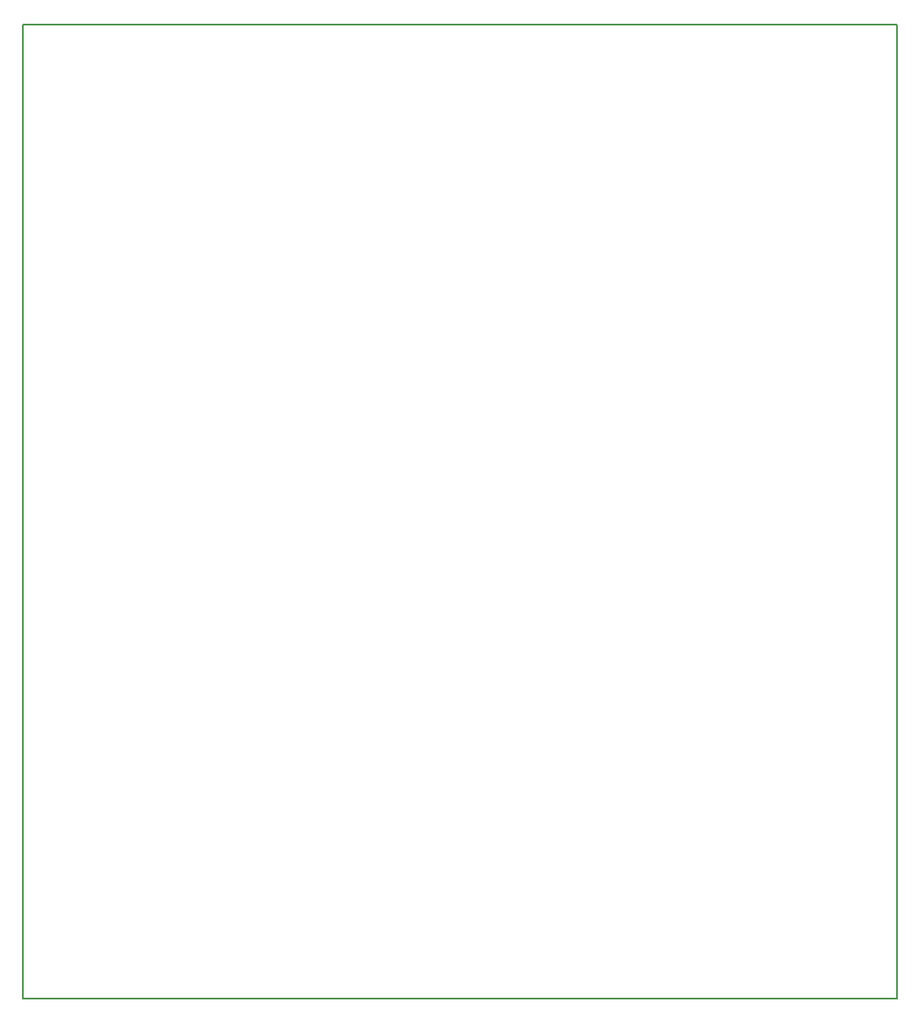
<source format=gbr>
G04 EasyPC Gerber Version 21.0.3 Build 4286 *
G04 #@! TF.Part,Single*
%FSLAX35Y35*%
%MOIN*%
%ADD29C,0.00500*%
X0Y0D02*
D02*
D29*
X250Y250D02*
X344250D01*
Y383250*
X250*
Y250*
X0Y0D02*
M02*

</source>
